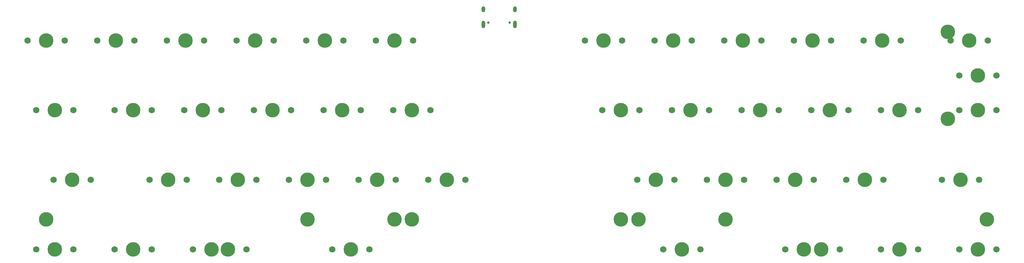
<source format=gbr>
%TF.GenerationSoftware,KiCad,Pcbnew,(7.0.0)*%
%TF.CreationDate,2024-02-03T22:00:32+01:00*%
%TF.ProjectId,the expanse,74686520-6578-4706-916e-73652e6b6963,rev?*%
%TF.SameCoordinates,Original*%
%TF.FileFunction,Soldermask,Top*%
%TF.FilePolarity,Negative*%
%FSLAX46Y46*%
G04 Gerber Fmt 4.6, Leading zero omitted, Abs format (unit mm)*
G04 Created by KiCad (PCBNEW (7.0.0)) date 2024-02-03 22:00:32*
%MOMM*%
%LPD*%
G01*
G04 APERTURE LIST*
%ADD10C,1.750000*%
%ADD11C,3.987800*%
%ADD12C,0.650000*%
%ADD13O,1.000000X1.600000*%
%ADD14O,1.000000X2.100000*%
G04 APERTURE END LIST*
D10*
%TO.C,MX8*%
X191770000Y-25400000D03*
D11*
X196850000Y-25400000D03*
D10*
X201930000Y-25400000D03*
%TD*%
%TO.C,MX26*%
X53657500Y-63500000D03*
D11*
X58737500Y-63500000D03*
D10*
X63817500Y-63500000D03*
%TD*%
%TO.C,MX6*%
X115570000Y-25400000D03*
D11*
X120650000Y-25400000D03*
D10*
X125730000Y-25400000D03*
%TD*%
%TO.C,MX19*%
X177482500Y-44450000D03*
D11*
X182562500Y-44450000D03*
D10*
X187642500Y-44450000D03*
%TD*%
%TO.C,MX31*%
X187007500Y-63500000D03*
D11*
X192087500Y-63500000D03*
D10*
X197167500Y-63500000D03*
%TD*%
%TO.C,MX40*%
X65563750Y-82550000D03*
D11*
X70643750Y-82550000D03*
D10*
X75723750Y-82550000D03*
%TD*%
%TO.C,MX16*%
X82232500Y-44450000D03*
D11*
X87312500Y-44450000D03*
D10*
X92392500Y-44450000D03*
%TD*%
%TO.C,MX34*%
X244157500Y-63500000D03*
D11*
X249237500Y-63500000D03*
D10*
X254317500Y-63500000D03*
%TD*%
%TO.C,MX46*%
X275113750Y-34925000D03*
D11*
X280193750Y-34925000D03*
D10*
X285273750Y-34925000D03*
%TD*%
%TO.C,MX44*%
X253682500Y-82550000D03*
D11*
X258762500Y-82550000D03*
D10*
X263842500Y-82550000D03*
%TD*%
%TO.C,MX23*%
X253682500Y-44450000D03*
D11*
X258762500Y-44450000D03*
D10*
X263842500Y-44450000D03*
%TD*%
%TO.C,MX33*%
X225107500Y-63500000D03*
D11*
X230187500Y-63500000D03*
D10*
X235267500Y-63500000D03*
%TD*%
%TO.C,MX18*%
X120332500Y-44450000D03*
D11*
X125412500Y-44450000D03*
D10*
X130492500Y-44450000D03*
%TD*%
%TO.C,MX11*%
X248920000Y-25400000D03*
D11*
X254000000Y-25400000D03*
D10*
X259080000Y-25400000D03*
%TD*%
%TO.C,MX13*%
X22701250Y-44450000D03*
D11*
X27781250Y-44450000D03*
D10*
X32861250Y-44450000D03*
%TD*%
%TO.C,MX27*%
X72707500Y-63500000D03*
D11*
X77787500Y-63500000D03*
D10*
X82867500Y-63500000D03*
%TD*%
%TO.C,MX3*%
X58420000Y-25400000D03*
D11*
X63500000Y-25400000D03*
D10*
X68580000Y-25400000D03*
%TD*%
D11*
%TO.C,S5*%
X271938750Y-23018750D03*
X271938750Y-46831250D03*
%TD*%
D10*
%TO.C,MX15*%
X63182500Y-44450000D03*
D11*
X68262500Y-44450000D03*
D10*
X73342500Y-44450000D03*
%TD*%
D11*
%TO.C,S4*%
X211137500Y-74295000D03*
X187325000Y-74295000D03*
%TD*%
D10*
%TO.C,MX17*%
X101282500Y-44450000D03*
D11*
X106362500Y-44450000D03*
D10*
X111442500Y-44450000D03*
%TD*%
%TO.C,MX38*%
X22701250Y-82550000D03*
D11*
X27781250Y-82550000D03*
D10*
X32861250Y-82550000D03*
%TD*%
%TO.C,MX14*%
X44132500Y-44450000D03*
D11*
X49212500Y-44450000D03*
D10*
X54292500Y-44450000D03*
%TD*%
%TO.C,MX28*%
X91757500Y-63500000D03*
D11*
X96837500Y-63500000D03*
D10*
X101917500Y-63500000D03*
%TD*%
%TO.C,MX37*%
X227488750Y-82550000D03*
D11*
X232568750Y-82550000D03*
D10*
X237648750Y-82550000D03*
%TD*%
%TO.C,MX1*%
X20320000Y-25400000D03*
D11*
X25400000Y-25400000D03*
D10*
X30480000Y-25400000D03*
%TD*%
D11*
%TO.C,S3*%
X120650000Y-74295000D03*
X96837500Y-74295000D03*
%TD*%
D10*
%TO.C,MX43*%
X232251250Y-82550000D03*
D11*
X237331250Y-82550000D03*
D10*
X242411250Y-82550000D03*
%TD*%
%TO.C,MX4*%
X77470000Y-25400000D03*
D11*
X82550000Y-25400000D03*
D10*
X87630000Y-25400000D03*
%TD*%
D11*
%TO.C,S2*%
X282575000Y-74295000D03*
X182562500Y-74295000D03*
%TD*%
D10*
%TO.C,MX42*%
X194151250Y-82550000D03*
D11*
X199231250Y-82550000D03*
D10*
X204311250Y-82550000D03*
%TD*%
%TO.C,MX41*%
X103663750Y-82550000D03*
D11*
X108743750Y-82550000D03*
D10*
X113823750Y-82550000D03*
%TD*%
D11*
%TO.C,S1*%
X125412500Y-74295000D03*
X25400000Y-74295000D03*
%TD*%
D10*
%TO.C,MX35*%
X270351250Y-63500000D03*
D11*
X275431250Y-63500000D03*
D10*
X280511250Y-63500000D03*
%TD*%
%TO.C,MX36*%
X70008750Y-82550000D03*
D11*
X75088750Y-82550000D03*
D10*
X80168750Y-82550000D03*
%TD*%
%TO.C,MX32*%
X206057500Y-63500000D03*
D11*
X211137500Y-63500000D03*
D10*
X216217500Y-63500000D03*
%TD*%
%TO.C,MX25*%
X27463750Y-63500000D03*
D11*
X32543750Y-63500000D03*
D10*
X37623750Y-63500000D03*
%TD*%
%TO.C,MX22*%
X234632500Y-44450000D03*
D11*
X239712500Y-44450000D03*
D10*
X244792500Y-44450000D03*
%TD*%
%TO.C,MX39*%
X44132500Y-82550000D03*
D11*
X49212500Y-82550000D03*
D10*
X54292500Y-82550000D03*
%TD*%
%TO.C,MX20*%
X196532500Y-44450000D03*
D11*
X201612500Y-44450000D03*
D10*
X206692500Y-44450000D03*
%TD*%
%TO.C,MX12*%
X272732500Y-25400000D03*
D11*
X277812500Y-25400000D03*
D10*
X282892500Y-25400000D03*
%TD*%
%TO.C,MX10*%
X229870000Y-25400000D03*
D11*
X234950000Y-25400000D03*
D10*
X240030000Y-25400000D03*
%TD*%
%TO.C,MX9*%
X210820000Y-25400000D03*
D11*
X215900000Y-25400000D03*
D10*
X220980000Y-25400000D03*
%TD*%
%TO.C,MX7*%
X172720000Y-25400000D03*
D11*
X177800000Y-25400000D03*
D10*
X182880000Y-25400000D03*
%TD*%
%TO.C,MX45*%
X275113750Y-82550000D03*
D11*
X280193750Y-82550000D03*
D10*
X285273750Y-82550000D03*
%TD*%
%TO.C,MX5*%
X96520000Y-25400000D03*
D11*
X101600000Y-25400000D03*
D10*
X106680000Y-25400000D03*
%TD*%
%TO.C,MX21*%
X215582500Y-44450000D03*
D11*
X220662500Y-44450000D03*
D10*
X225742500Y-44450000D03*
%TD*%
%TO.C,MX29*%
X110807500Y-63500000D03*
D11*
X115887500Y-63500000D03*
D10*
X120967500Y-63500000D03*
%TD*%
%TO.C,MX24*%
X275113750Y-44450000D03*
D11*
X280193750Y-44450000D03*
D10*
X285273750Y-44450000D03*
%TD*%
%TO.C,MX2*%
X39370000Y-25400000D03*
D11*
X44450000Y-25400000D03*
D10*
X49530000Y-25400000D03*
%TD*%
%TO.C,MX30*%
X129857500Y-63500000D03*
D11*
X134937500Y-63500000D03*
D10*
X140017500Y-63500000D03*
%TD*%
D12*
%TO.C,J1*%
X146335000Y-20459375D03*
X152115000Y-20459375D03*
D13*
X144904999Y-16809374D03*
D14*
X144904999Y-20989374D03*
D13*
X153544999Y-16809374D03*
D14*
X153544999Y-20989374D03*
%TD*%
M02*

</source>
